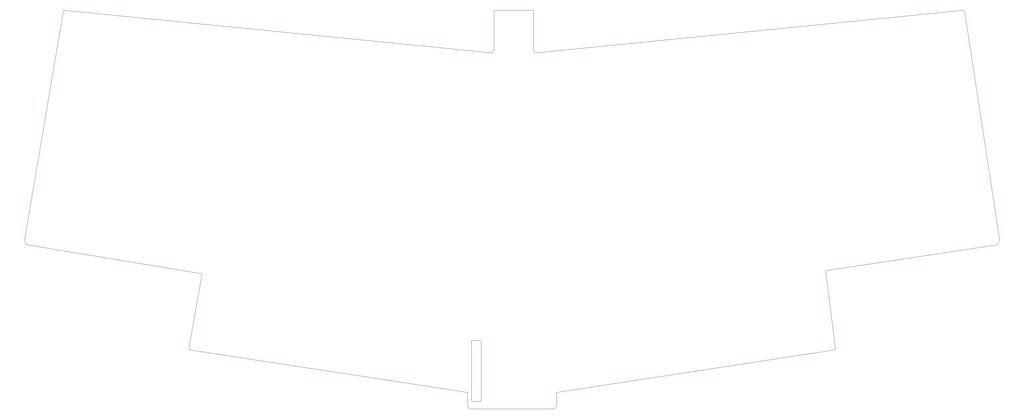
<source format=gbr>
%TF.GenerationSoftware,KiCad,Pcbnew,(7.0.0)*%
%TF.CreationDate,2024-04-21T21:29:13+02:00*%
%TF.ProjectId,clops,636c6f70-732e-46b6-9963-61645f706362,rev?*%
%TF.SameCoordinates,Original*%
%TF.FileFunction,Profile,NP*%
%FSLAX46Y46*%
G04 Gerber Fmt 4.6, Leading zero omitted, Abs format (unit mm)*
G04 Created by KiCad (PCBNEW (7.0.0)) date 2024-04-21 21:29:13*
%MOMM*%
%LPD*%
G01*
G04 APERTURE LIST*
%TA.AperFunction,Profile*%
%ADD10C,0.100000*%
%TD*%
%TA.AperFunction,Profile*%
%ADD11C,0.050000*%
%TD*%
G04 APERTURE END LIST*
D10*
X70672785Y-111271536D02*
G75*
G03*
X70943209Y-111508756I367715J146436D01*
G01*
X144065625Y-29704750D02*
X153590625Y-29704750D01*
X144065625Y-29704750D02*
X144065625Y-39229750D01*
X143549934Y-39973274D02*
G75*
G03*
X144065625Y-39229750I-278234J743574D01*
G01*
X158353125Y-125748475D02*
G75*
G03*
X159146875Y-124954750I75J793675D01*
G01*
X31193719Y-84745275D02*
X40408760Y-30132980D01*
X73785863Y-93379120D02*
G75*
G03*
X73598993Y-93166567I-247963J-29580D01*
G01*
X73598993Y-93166567D02*
X31698395Y-86173480D01*
X257247449Y-30132983D02*
G75*
G03*
X256952240Y-29725628I-469249J-29417D01*
G01*
X70672809Y-111271527D02*
X73785867Y-93379120D01*
X40703991Y-29725583D02*
G75*
G03*
X40408760Y-30132980I174209J-436917D01*
G01*
X154109308Y-39974315D02*
X256952240Y-29725627D01*
X31193700Y-84745273D02*
G75*
G03*
X31698396Y-86173479I1747000J-185927D01*
G01*
X225919287Y-111508739D02*
G75*
G03*
X226189691Y-111271527I-97387J383739D01*
G01*
X40704009Y-29725627D02*
X143549911Y-39973212D01*
X153590625Y-29704750D02*
X153590625Y-39229750D01*
X223860542Y-92591274D02*
X226189691Y-111271527D01*
X137715625Y-121779750D02*
X70943209Y-111508757D01*
X225919291Y-111508757D02*
X159146875Y-121779750D01*
X265164082Y-86173460D02*
G75*
G03*
X265668775Y-84745272I-1241982J1242160D01*
G01*
X137715625Y-124954750D02*
X137715625Y-121779750D01*
X159146875Y-121779750D02*
X159146875Y-124954750D01*
X153590660Y-39229750D02*
G75*
G03*
X154109308Y-39974315I793840J50D01*
G01*
X265164099Y-86173477D02*
X224047416Y-92378721D01*
X138509375Y-125748500D02*
X158353125Y-125748500D01*
X137715600Y-124954750D02*
G75*
G03*
X138509375Y-125748500I793800J50D01*
G01*
X224047426Y-92378762D02*
G75*
G03*
X223860543Y-92591274I61074J-242138D01*
G01*
X257247489Y-30132980D02*
X265668775Y-84745272D01*
D11*
%TO.C,EN1*%
X140731250Y-123929250D02*
X138931250Y-123929250D01*
X141031250Y-123633250D02*
X141031250Y-109533250D01*
X138631250Y-109533250D02*
X138631250Y-123629250D01*
X140731250Y-109233250D02*
X138931250Y-109233250D01*
X138631250Y-123629250D02*
G75*
G03*
X138931250Y-123929250I300000J0D01*
G01*
X140731250Y-123929250D02*
G75*
G03*
X141031250Y-123629250I0J300000D01*
G01*
X138931250Y-109233250D02*
G75*
G03*
X138631250Y-109533250I0J-300000D01*
G01*
X141031250Y-109533250D02*
G75*
G03*
X140731250Y-109233250I-300000J0D01*
G01*
%TD*%
M02*

</source>
